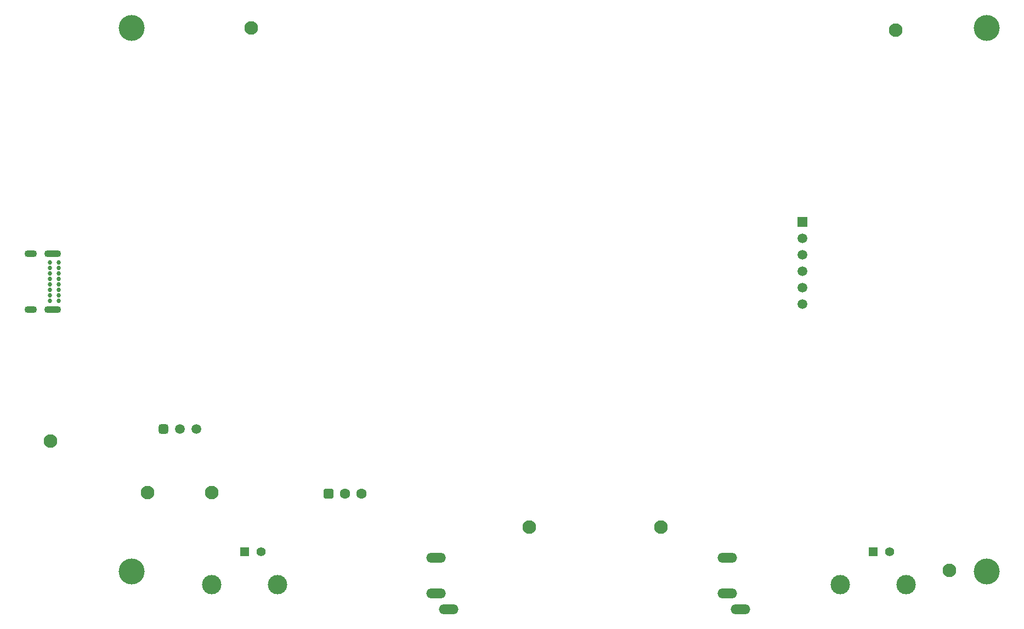
<source format=gbr>
%TF.GenerationSoftware,Altium Limited,Altium Designer,23.6.0 (18)*%
G04 Layer_Color=255*
%FSLAX43Y43*%
%MOMM*%
%TF.SameCoordinates,02C31AF8-F4BC-48A1-AB84-B672334353EB*%
%TF.FilePolarity,Positive*%
%TF.FileFunction,Pads,Bot*%
%TF.Part,Single*%
G01*
G75*
%TA.AperFunction,ComponentPad*%
%ADD30C,0.690*%
%ADD31O,2.600X1.100*%
%ADD32O,1.900X1.100*%
%TA.AperFunction,ViaPad*%
%ADD33C,4.000*%
%TA.AperFunction,ComponentPad*%
%ADD34O,3.016X1.508*%
%ADD35C,3.000*%
%ADD36C,1.398*%
%ADD37R,1.398X1.398*%
G04:AMPARAMS|DCode=38|XSize=1.5mm|YSize=1.5mm|CornerRadius=0.375mm|HoleSize=0mm|Usage=FLASHONLY|Rotation=0.000|XOffset=0mm|YOffset=0mm|HoleType=Round|Shape=RoundedRectangle|*
%AMROUNDEDRECTD38*
21,1,1.500,0.750,0,0,0.0*
21,1,0.750,1.500,0,0,0.0*
1,1,0.750,0.375,-0.375*
1,1,0.750,-0.375,-0.375*
1,1,0.750,-0.375,0.375*
1,1,0.750,0.375,0.375*
%
%ADD38ROUNDEDRECTD38*%
%ADD39C,1.500*%
%ADD40R,1.500X1.500*%
G04:AMPARAMS|DCode=41|XSize=1.6mm|YSize=1.6mm|CornerRadius=0.4mm|HoleSize=0mm|Usage=FLASHONLY|Rotation=0.000|XOffset=0mm|YOffset=0mm|HoleType=Round|Shape=RoundedRectangle|*
%AMROUNDEDRECTD41*
21,1,1.600,0.800,0,0,0.0*
21,1,0.800,1.600,0,0,0.0*
1,1,0.800,0.400,-0.400*
1,1,0.800,-0.400,-0.400*
1,1,0.800,-0.400,0.400*
1,1,0.800,0.400,0.400*
%
%ADD41ROUNDEDRECTD41*%
%ADD42C,1.600*%
%ADD43C,2.100*%
D30*
X4925Y58575D02*
D03*
Y57725D02*
D03*
Y56875D02*
D03*
Y56025D02*
D03*
Y55175D02*
D03*
Y54325D02*
D03*
Y53475D02*
D03*
Y52625D02*
D03*
X6275D02*
D03*
Y53475D02*
D03*
Y54325D02*
D03*
Y55175D02*
D03*
Y56025D02*
D03*
Y56875D02*
D03*
Y57725D02*
D03*
Y58575D02*
D03*
D31*
X5295Y51275D02*
D03*
Y59925D02*
D03*
D32*
X1915Y51275D02*
D03*
Y59925D02*
D03*
D33*
X17525Y10825D02*
D03*
Y94825D02*
D03*
X149525Y10825D02*
D03*
Y94825D02*
D03*
D34*
X109500Y12900D02*
D03*
Y7400D02*
D03*
X111500Y5000D02*
D03*
X64500Y12900D02*
D03*
Y7400D02*
D03*
X66500Y5000D02*
D03*
D35*
X40080Y8800D02*
D03*
X29920D02*
D03*
X137080Y8800D02*
D03*
X126920D02*
D03*
D36*
X37540Y13880D02*
D03*
X134540Y13880D02*
D03*
D37*
X35000Y13880D02*
D03*
X132000Y13880D02*
D03*
D38*
X22460Y32800D02*
D03*
D39*
X25000D02*
D03*
X27540D02*
D03*
X121067Y52173D02*
D03*
Y54713D02*
D03*
Y57253D02*
D03*
Y59793D02*
D03*
Y62333D02*
D03*
D40*
Y64873D02*
D03*
D41*
X47935Y22850D02*
D03*
D42*
X50475D02*
D03*
X53015D02*
D03*
D43*
X99199Y17673D02*
D03*
X29920Y23000D02*
D03*
X78921Y17673D02*
D03*
X5020Y31000D02*
D03*
X143786Y11008D02*
D03*
X135500Y94500D02*
D03*
X36000Y94825D02*
D03*
X20000Y23000D02*
D03*
%TF.MD5,204f2743fae97ffa6ee49652b897e551*%
M02*

</source>
